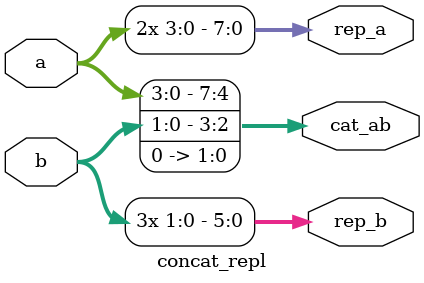
<source format=sv>


module concat_repl (
    input  wire [3:0] a,
    input  wire [1:0] b,
    output wire [7:0] cat_ab,
    output wire [7:0] rep_a,
    output wire [5:0] rep_b
);
    // Concatenate 4-bit a, 2-bit b, and two zeros → 8 bits
    assign cat_ab = { a, b, 2'b00 };
    // Replicate a twice → 8 bits
    assign rep_a  = { {a}, {a} };
    // Replicate b three times → 6 bits
    assign rep_b  = { {b}, {b}, {b} };
endmodule

</source>
